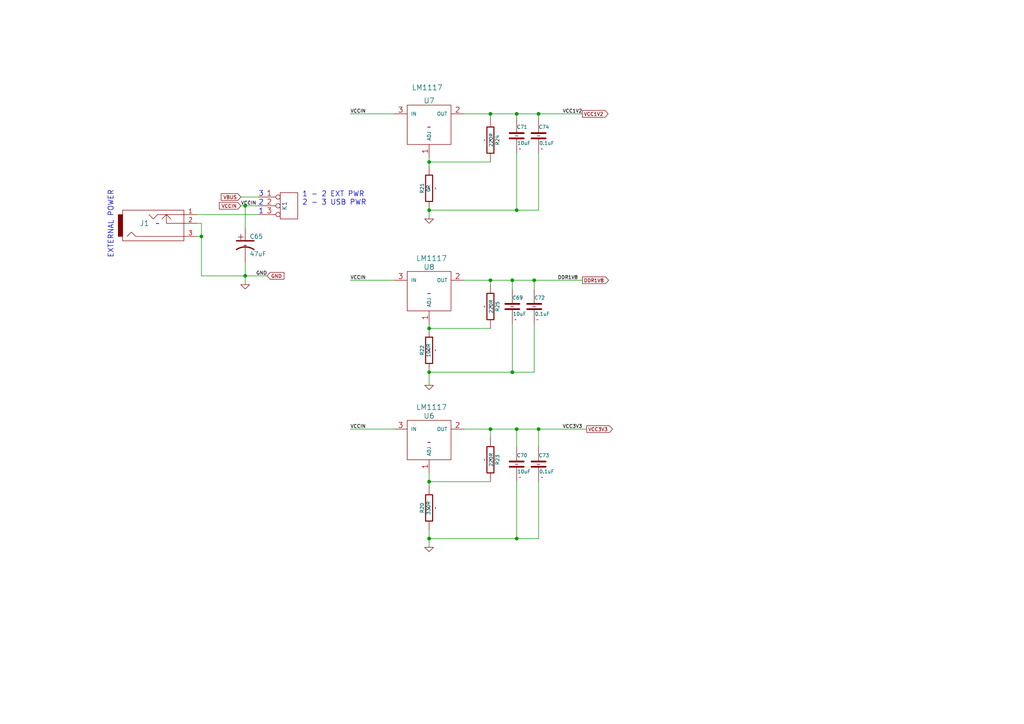
<source format=kicad_sch>
(kicad_sch (version 20250114) (generator "eeschema") (generator_version "9.0")
  (paper "A4")
  (title_block (title "SATURN SPARTAN6 FPGA MODULE") (date "15 apr 2014") (company "Numato Lab") (comment 1 "http://www.numato.com") (comment 2 "License: CC BY-SA"))
  (lib_symbols
    (symbol "CONN_3_1" (pin_names (offset 1.016) (hide yes))
      (property "Reference" "K" (at -1.27 0 90))
      (property "Value" "CONN_3" (at 1.27 0 90))
      (symbol "CONN_3_1_0_1"
        (rectangle (start -2.54 3.81) (end 2.54 -3.81))
      )
      (symbol "CONN_3_1_1_1"
        (pin passive inverted (at -8.89 2.54 0) (length 6.35) (name "P1") (number "1"))
        (pin passive inverted (at -8.89 0 0) (length 6.35) (name "PM") (number "2"))
        (pin passive inverted (at -8.89 -2.54 0) (length 6.35) (name "P3") (number "3"))
      )
    )
    (symbol "CONN_3_2" (pin_names (offset 1.016) (hide yes))
      (property "Reference" "K" (at -1.27 0 90))
      (property "Value" "CONN_3" (at 1.27 0 90))
      (symbol "CONN_3_2_0_1"
        (rectangle (start -2.54 3.81) (end 2.54 -3.81))
      )
      (symbol "CONN_3_2_1_1"
        (pin passive inverted (at -8.89 2.54 0) (length 6.35) (name "P1") (number "1"))
        (pin passive inverted (at -8.89 0 0) (length 6.35) (name "PM") (number "2"))
        (pin passive inverted (at -8.89 -2.54 0) (length 6.35) (name "P3") (number "3"))
      )
    )
    (symbol "CP1_1" (pin_numbers (hide yes)) (pin_names (offset 0.254) (hide yes))
      (property "Reference" "C" (at 1.27 2.54 0))
      (property "Value" "CP1" (at 1.27 -2.54 0))
      (symbol "CP1_1_0_0"
        (text "+" (at -1.27 2.54 0) (effects (font (size 2.032 2.032))))
      )
      (symbol "CP1_1_0_1"
        (polyline (pts (xy -2.54 1.27) (xy 2.54 1.27) (xy 1.27 1.27) (xy 1.27 1.27)) (stroke (width 0.381)))
        (arc (start -2.54 -1.27) (mid 0 -0.5009) (end 2.54 -1.27) (stroke (width 0.381)))
      )
      (symbol "CP1_1_1_1"
        (pin passive line (at 0 5.08 270) (length 3.81) (name "~") (number "1"))
        (pin passive line (at 0 -5.08 90) (length 4.572) (name "~") (number "2"))
      )
    )
    (symbol "CP1_2" (pin_numbers (hide yes)) (pin_names (offset 0.254) (hide yes))
      (property "Reference" "C" (at 1.27 2.54 0))
      (property "Value" "CP1" (at 1.27 -2.54 0))
      (symbol "CP1_2_0_0"
        (text "+" (at -1.27 2.54 0) (effects (font (size 2.032 2.032))))
      )
      (symbol "CP1_2_0_1"
        (polyline (pts (xy -2.54 1.27) (xy 2.54 1.27) (xy 1.27 1.27) (xy 1.27 1.27)) (stroke (width 0.381)))
        (arc (start -2.54 -1.27) (mid 0 -0.5009) (end 2.54 -1.27) (stroke (width 0.381)))
      )
      (symbol "CP1_2_1_1"
        (pin passive line (at 0 5.08 270) (length 3.81) (name "~") (number "1"))
        (pin passive line (at 0 -5.08 90) (length 4.572) (name "~") (number "2"))
      )
    )
    (symbol "C_1" (pin_numbers (hide yes)) (pin_names (offset 0.254))
      (property "Reference" "C" (at 0 2.54 0))
      (property "Value" "C" (at 0.1524 -2.159 0))
      (symbol "C_1_0_1"
        (polyline (pts (xy -2.032 0.762) (xy 2.032 0.762)) (stroke (width 0.508)))
        (polyline (pts (xy -2.032 -0.762) (xy 2.032 -0.762)) (stroke (width 0.508)))
      )
      (symbol "C_1_1_1"
        (pin passive line (at 0 5.08 270) (length 4.318) (name "~") (number "1"))
        (pin passive line (at 0 -5.08 90) (length 4.318) (name "~") (number "2"))
      )
    )
    (symbol "C_10" (pin_numbers (hide yes)) (pin_names (offset 0.254))
      (property "Reference" "C" (at 0 2.54 0))
      (property "Value" "C" (at 0.1524 -2.159 0))
      (symbol "C_10_0_1"
        (polyline (pts (xy -2.032 0.762) (xy 2.032 0.762)) (stroke (width 0.508)))
        (polyline (pts (xy -2.032 -0.762) (xy 2.032 -0.762)) (stroke (width 0.508)))
      )
      (symbol "C_10_1_1"
        (pin passive line (at 0 5.08 270) (length 4.318) (name "~") (number "1"))
        (pin passive line (at 0 -5.08 90) (length 4.318) (name "~") (number "2"))
      )
    )
    (symbol "C_11" (pin_numbers (hide yes)) (pin_names (offset 0.254))
      (property "Reference" "C" (at 0 2.54 0))
      (property "Value" "C" (at 0.1524 -2.159 0))
      (symbol "C_11_0_1"
        (polyline (pts (xy -2.032 0.762) (xy 2.032 0.762)) (stroke (width 0.508)))
        (polyline (pts (xy -2.032 -0.762) (xy 2.032 -0.762)) (stroke (width 0.508)))
      )
      (symbol "C_11_1_1"
        (pin passive line (at 0 5.08 270) (length 4.318) (name "~") (number "1"))
        (pin passive line (at 0 -5.08 90) (length 4.318) (name "~") (number "2"))
      )
    )
    (symbol "C_12" (pin_numbers (hide yes)) (pin_names (offset 0.254))
      (property "Reference" "C" (at 0 2.54 0))
      (property "Value" "C" (at 0.1524 -2.159 0))
      (symbol "C_12_0_1"
        (polyline (pts (xy -2.032 0.762) (xy 2.032 0.762)) (stroke (width 0.508)))
        (polyline (pts (xy -2.032 -0.762) (xy 2.032 -0.762)) (stroke (width 0.508)))
      )
      (symbol "C_12_1_1"
        (pin passive line (at 0 5.08 270) (length 4.318) (name "~") (number "1"))
        (pin passive line (at 0 -5.08 90) (length 4.318) (name "~") (number "2"))
      )
    )
    (symbol "C_2" (pin_numbers (hide yes)) (pin_names (offset 0.254))
      (property "Reference" "C" (at 0 2.54 0))
      (property "Value" "C" (at 0.1524 -2.159 0))
      (symbol "C_2_0_1"
        (polyline (pts (xy -2.032 0.762) (xy 2.032 0.762)) (stroke (width 0.508)))
        (polyline (pts (xy -2.032 -0.762) (xy 2.032 -0.762)) (stroke (width 0.508)))
      )
      (symbol "C_2_1_1"
        (pin passive line (at 0 5.08 270) (length 4.318) (name "~") (number "1"))
        (pin passive line (at 0 -5.08 90) (length 4.318) (name "~") (number "2"))
      )
    )
    (symbol "C_3" (pin_numbers (hide yes)) (pin_names (offset 0.254))
      (property "Reference" "C" (at 0 2.54 0))
      (property "Value" "C" (at 0.1524 -2.159 0))
      (symbol "C_3_0_1"
        (polyline (pts (xy -2.032 0.762) (xy 2.032 0.762)) (stroke (width 0.508)))
        (polyline (pts (xy -2.032 -0.762) (xy 2.032 -0.762)) (stroke (width 0.508)))
      )
      (symbol "C_3_1_1"
        (pin passive line (at 0 5.08 270) (length 4.318) (name "~") (number "1"))
        (pin passive line (at 0 -5.08 90) (length 4.318) (name "~") (number "2"))
      )
    )
    (symbol "C_4" (pin_numbers (hide yes)) (pin_names (offset 0.254))
      (property "Reference" "C" (at 0 2.54 0))
      (property "Value" "C" (at 0.1524 -2.159 0))
      (symbol "C_4_0_1"
        (polyline (pts (xy -2.032 0.762) (xy 2.032 0.762)) (stroke (width 0.508)))
        (polyline (pts (xy -2.032 -0.762) (xy 2.032 -0.762)) (stroke (width 0.508)))
      )
      (symbol "C_4_1_1"
        (pin passive line (at 0 5.08 270) (length 4.318) (name "~") (number "1"))
        (pin passive line (at 0 -5.08 90) (length 4.318) (name "~") (number "2"))
      )
    )
    (symbol "C_5" (pin_numbers (hide yes)) (pin_names (offset 0.254))
      (property "Reference" "C" (at 0 2.54 0))
      (property "Value" "C" (at 0.1524 -2.159 0))
      (symbol "C_5_0_1"
        (polyline (pts (xy -2.032 0.762) (xy 2.032 0.762)) (stroke (width 0.508)))
        (polyline (pts (xy -2.032 -0.762) (xy 2.032 -0.762)) (stroke (width 0.508)))
      )
      (symbol "C_5_1_1"
        (pin passive line (at 0 5.08 270) (length 4.318) (name "~") (number "1"))
        (pin passive line (at 0 -5.08 90) (length 4.318) (name "~") (number "2"))
      )
    )
    (symbol "C_6" (pin_numbers (hide yes)) (pin_names (offset 0.254))
      (property "Reference" "C" (at 0 2.54 0))
      (property "Value" "C" (at 0.1524 -2.159 0))
      (symbol "C_6_0_1"
        (polyline (pts (xy -2.032 0.762) (xy 2.032 0.762)) (stroke (width 0.508)))
        (polyline (pts (xy -2.032 -0.762) (xy 2.032 -0.762)) (stroke (width 0.508)))
      )
      (symbol "C_6_1_1"
        (pin passive line (at 0 5.08 270) (length 4.318) (name "~") (number "1"))
        (pin passive line (at 0 -5.08 90) (length 4.318) (name "~") (number "2"))
      )
    )
    (symbol "C_7" (pin_numbers (hide yes)) (pin_names (offset 0.254))
      (property "Reference" "C" (at 0 2.54 0))
      (property "Value" "C" (at 0.1524 -2.159 0))
      (symbol "C_7_0_1"
        (polyline (pts (xy -2.032 0.762) (xy 2.032 0.762)) (stroke (width 0.508)))
        (polyline (pts (xy -2.032 -0.762) (xy 2.032 -0.762)) (stroke (width 0.508)))
      )
      (symbol "C_7_1_1"
        (pin passive line (at 0 5.08 270) (length 4.318) (name "~") (number "1"))
        (pin passive line (at 0 -5.08 90) (length 4.318) (name "~") (number "2"))
      )
    )
    (symbol "C_8" (pin_numbers (hide yes)) (pin_names (offset 0.254))
      (property "Reference" "C" (at 0 2.54 0))
      (property "Value" "C" (at 0.1524 -2.159 0))
      (symbol "C_8_0_1"
        (polyline (pts (xy -2.032 0.762) (xy 2.032 0.762)) (stroke (width 0.508)))
        (polyline (pts (xy -2.032 -0.762) (xy 2.032 -0.762)) (stroke (width 0.508)))
      )
      (symbol "C_8_1_1"
        (pin passive line (at 0 5.08 270) (length 4.318) (name "~") (number "1"))
        (pin passive line (at 0 -5.08 90) (length 4.318) (name "~") (number "2"))
      )
    )
    (symbol "C_9" (pin_numbers (hide yes)) (pin_names (offset 0.254))
      (property "Reference" "C" (at 0 2.54 0))
      (property "Value" "C" (at 0.1524 -2.159 0))
      (symbol "C_9_0_1"
        (polyline (pts (xy -2.032 0.762) (xy 2.032 0.762)) (stroke (width 0.508)))
        (polyline (pts (xy -2.032 -0.762) (xy 2.032 -0.762)) (stroke (width 0.508)))
      )
      (symbol "C_9_1_1"
        (pin passive line (at 0 5.08 270) (length 4.318) (name "~") (number "1"))
        (pin passive line (at 0 -5.08 90) (length 4.318) (name "~") (number "2"))
      )
    )
    (symbol "GND_1" (power) (pin_names (offset 0))
      (symbol "GND_1_0_1"
        (polyline (pts (xy -1.27 0) (xy 0 -1.27) (xy 1.27 0) (xy -1.27 0)))
      )
      (symbol "GND_1_1_1"
        (pin power_in line (at 0 0 90) (length 0) (hide yes) (name "GND") (number "1"))
      )
    )
    (symbol "GND_2" (power) (pin_names (offset 0))
      (symbol "GND_2_0_1"
        (polyline (pts (xy -1.27 0) (xy 0 -1.27) (xy 1.27 0) (xy -1.27 0)))
      )
      (symbol "GND_2_1_1"
        (pin power_in line (at 0 0 90) (length 0) (hide yes) (name "GND") (number "1"))
      )
    )
    (symbol "GND_3" (power) (pin_names (offset 0))
      (symbol "GND_3_0_1"
        (polyline (pts (xy -1.27 0) (xy 0 -1.27) (xy 1.27 0) (xy -1.27 0)))
      )
      (symbol "GND_3_1_1"
        (pin power_in line (at 0 0 90) (length 0) (hide yes) (name "GND") (number "1"))
      )
    )
    (symbol "GND_4" (power) (pin_names (offset 0))
      (symbol "GND_4_0_1"
        (polyline (pts (xy -1.27 0) (xy 0 -1.27) (xy 1.27 0) (xy -1.27 0)))
      )
      (symbol "GND_4_1_1"
        (pin power_in line (at 0 0 90) (length 0) (hide yes) (name "GND") (number "1"))
      )
    )
    (symbol "GND_5" (power) (pin_names (offset 0))
      (symbol "GND_5_0_1"
        (polyline (pts (xy -1.27 0) (xy 0 -1.27) (xy 1.27 0) (xy -1.27 0)))
      )
      (symbol "GND_5_1_1"
        (pin power_in line (at 0 0 90) (length 0) (hide yes) (name "GND") (number "1"))
      )
    )
    (symbol "GND_6" (power) (pin_names (offset 0))
      (symbol "GND_6_0_1"
        (polyline (pts (xy -1.27 0) (xy 0 -1.27) (xy 1.27 0) (xy -1.27 0)))
      )
      (symbol "GND_6_1_1"
        (pin power_in line (at 0 0 90) (length 0) (hide yes) (name "GND") (number "1"))
      )
    )
    (symbol "GND_7" (power) (pin_names (offset 0))
      (symbol "GND_7_0_1"
        (polyline (pts (xy -1.27 0) (xy 0 -1.27) (xy 1.27 0) (xy -1.27 0)))
      )
      (symbol "GND_7_1_1"
        (pin power_in line (at 0 0 90) (length 0) (hide yes) (name "GND") (number "1"))
      )
    )
    (symbol "GND_8" (power) (pin_names (offset 0))
      (symbol "GND_8_0_1"
        (polyline (pts (xy -1.27 0) (xy 0 -1.27) (xy 1.27 0) (xy -1.27 0)))
      )
      (symbol "GND_8_1_1"
        (pin power_in line (at 0 0 90) (length 0) (hide yes) (name "GND") (number "1"))
      )
    )
    (symbol "JACK_2P_1" (pin_names (offset 1.016))
      (property "Reference" "J" (at -8.89 -5.08 0))
      (property "Value" "JACK_2P" (at -3.81 6.35 0))
      (symbol "JACK_2P_1_0_1"
        (rectangle (start -11.43 3.81) (end -10.16 -2.54) (fill (type outline)))
        (polyline (pts (xy 0 -2.54) (xy -1.27 -1.27) (xy -2.54 -2.54) (xy -2.54 -2.54)))
        (polyline (pts (xy 0 -2.54) (xy 7.62 -2.54) (xy 7.62 -2.54) (xy 7.62 -2.54)))
        (polyline (pts (xy 1.27 -1.27) (xy 2.54 -2.54) (xy 3.81 -1.27) (xy 3.81 -1.27)))
        (polyline (pts (xy 3.81 0) (xy 7.62 0) (xy 7.62 0)))
        (polyline (pts (xy 3.81 0) (xy 2.54 0) (xy 2.54 -2.54) (xy 2.54 -2.54)))
        (polyline (pts (xy 7.62 3.81) (xy -6.35 3.81) (xy -7.62 2.54) (xy -8.89 3.81) (xy -8.89 3.81)))
        (rectangle (start 7.62 -3.81) (end -10.16 5.08))
      )
      (symbol "JACK_2P_1_1_1"
        (pin passive line (at 11.43 3.81 180) (length 3.81) (name "~") (number "3"))
        (pin passive line (at 11.43 0 180) (length 3.81) (name "~") (number "2"))
        (pin passive line (at 11.43 -2.54 180) (length 3.81) (name "~") (number "1"))
      )
    )
    (symbol "JACK_2P_2" (pin_names (offset 1.016))
      (property "Reference" "J" (at -8.89 -5.08 0))
      (property "Value" "JACK_2P" (at -3.81 6.35 0))
      (symbol "JACK_2P_2_0_1"
        (rectangle (start -11.43 3.81) (end -10.16 -2.54) (fill (type outline)))
        (polyline (pts (xy 0 -2.54) (xy -1.27 -1.27) (xy -2.54 -2.54) (xy -2.54 -2.54)))
        (polyline (pts (xy 0 -2.54) (xy 7.62 -2.54) (xy 7.62 -2.54) (xy 7.62 -2.54)))
        (polyline (pts (xy 1.27 -1.27) (xy 2.54 -2.54) (xy 3.81 -1.27) (xy 3.81 -1.27)))
        (polyline (pts (xy 3.81 0) (xy 7.62 0) (xy 7.62 0)))
        (polyline (pts (xy 3.81 0) (xy 2.54 0) (xy 2.54 -2.54) (xy 2.54 -2.54)))
        (polyline (pts (xy 7.62 3.81) (xy -6.35 3.81) (xy -7.62 2.54) (xy -8.89 3.81) (xy -8.89 3.81)))
        (rectangle (start 7.62 -3.81) (end -10.16 5.08))
      )
      (symbol "JACK_2P_2_1_1"
        (pin passive line (at 11.43 3.81 180) (length 3.81) (name "~") (number "3"))
        (pin passive line (at 11.43 0 180) (length 3.81) (name "~") (number "2"))
        (pin passive line (at 11.43 -2.54 180) (length 3.81) (name "~") (number "1"))
      )
    )
    (symbol "LM317_SOT223_1" (pin_names (offset 1.016))
      (property "Reference" "U" (at 0 7.62 0))
      (property "Value" "LM317_SOT223" (at 1.27 -6.35 0))
      (symbol "LM317_SOT223_1_0_1"
        (rectangle (start -6.35 6.35) (end 6.35 -5.08))
      )
      (symbol "LM317_SOT223_1_1_1"
        (pin input line (at -10.16 3.81 0) (length 3.81) (name "IN") (number "3"))
        (pin input line (at 0 -8.89 90) (length 3.81) (name "ADJ") (number "1"))
        (pin power_out line (at 10.16 3.81 180) (length 3.81) (name "OUT") (number "2"))
      )
    )
    (symbol "LM317_SOT223_2" (pin_names (offset 1.016))
      (property "Reference" "U" (at 0 7.62 0))
      (property "Value" "LM317_SOT223" (at 1.27 -6.35 0))
      (symbol "LM317_SOT223_2_0_1"
        (rectangle (start -6.35 6.35) (end 6.35 -5.08))
      )
      (symbol "LM317_SOT223_2_1_1"
        (pin input line (at -10.16 3.81 0) (length 3.81) (name "IN") (number "3"))
        (pin input line (at 0 -8.89 90) (length 3.81) (name "ADJ") (number "1"))
        (pin power_out line (at 10.16 3.81 180) (length 3.81) (name "OUT") (number "2"))
      )
    )
    (symbol "LM317_SOT223_3" (pin_names (offset 1.016))
      (property "Reference" "U" (at 0 7.62 0))
      (property "Value" "LM317_SOT223" (at 1.27 -6.35 0))
      (symbol "LM317_SOT223_3_0_1"
        (rectangle (start -6.35 6.35) (end 6.35 -5.08))
      )
      (symbol "LM317_SOT223_3_1_1"
        (pin input line (at -10.16 3.81 0) (length 3.81) (name "IN") (number "3"))
        (pin input line (at 0 -8.89 90) (length 3.81) (name "ADJ") (number "1"))
        (pin power_out line (at 10.16 3.81 180) (length 3.81) (name "OUT") (number "2"))
      )
    )
    (symbol "LM317_SOT223_4" (pin_names (offset 1.016))
      (property "Reference" "U" (at 0 7.62 0))
      (property "Value" "LM317_SOT223" (at 1.27 -6.35 0))
      (symbol "LM317_SOT223_4_0_1"
        (rectangle (start -6.35 6.35) (end 6.35 -5.08))
      )
      (symbol "LM317_SOT223_4_1_1"
        (pin input line (at -10.16 3.81 0) (length 3.81) (name "IN") (number "3"))
        (pin input line (at 0 -8.89 90) (length 3.81) (name "ADJ") (number "1"))
        (pin power_out line (at 10.16 3.81 180) (length 3.81) (name "OUT") (number "2"))
      )
    )
    (symbol "LM317_SOT223_5" (pin_names (offset 1.016))
      (property "Reference" "U" (at 0 7.62 0))
      (property "Value" "LM317_SOT223" (at 1.27 -6.35 0))
      (symbol "LM317_SOT223_5_0_1"
        (rectangle (start -6.35 6.35) (end 6.35 -5.08))
      )
      (symbol "LM317_SOT223_5_1_1"
        (pin input line (at -10.16 3.81 0) (length 3.81) (name "IN") (number "3"))
        (pin input line (at 0 -8.89 90) (length 3.81) (name "ADJ") (number "1"))
        (pin power_out line (at 10.16 3.81 180) (length 3.81) (name "OUT") (number "2"))
      )
    )
    (symbol "LM317_SOT223_6" (pin_names (offset 1.016))
      (property "Reference" "U" (at 0 7.62 0))
      (property "Value" "LM317_SOT223" (at 1.27 -6.35 0))
      (symbol "LM317_SOT223_6_0_1"
        (rectangle (start -6.35 6.35) (end 6.35 -5.08))
      )
      (symbol "LM317_SOT223_6_1_1"
        (pin input line (at -10.16 3.81 0) (length 3.81) (name "IN") (number "3"))
        (pin input line (at 0 -8.89 90) (length 3.81) (name "ADJ") (number "1"))
        (pin power_out line (at 10.16 3.81 180) (length 3.81) (name "OUT") (number "2"))
      )
    )
    (symbol "R_1" (pin_numbers (hide yes)) (pin_names (offset 0))
      (property "Reference" "R" (at 2.032 0 90))
      (property "Value" "R" (at 0.1778 0.0254 90))
      (symbol "R_1_0_1"
        (rectangle (start -1.016 3.81) (end 1.016 -3.81) (stroke (width 0.3048)))
      )
      (symbol "R_1_1_1"
        (pin passive line (at 0 6.35 270) (length 2.54) (name "~") (number "1"))
        (pin passive line (at 0 -6.35 90) (length 2.54) (name "~") (number "2"))
      )
    )
    (symbol "R_10" (pin_numbers (hide yes)) (pin_names (offset 0))
      (property "Reference" "R" (at 2.032 0 90))
      (property "Value" "R" (at 0.1778 0.0254 90))
      (symbol "R_10_0_1"
        (rectangle (start -1.016 3.81) (end 1.016 -3.81) (stroke (width 0.3048)))
      )
      (symbol "R_10_1_1"
        (pin passive line (at 0 6.35 270) (length 2.54) (name "~") (number "1"))
        (pin passive line (at 0 -6.35 90) (length 2.54) (name "~") (number "2"))
      )
    )
    (symbol "R_11" (pin_numbers (hide yes)) (pin_names (offset 0))
      (property "Reference" "R" (at 2.032 0 90))
      (property "Value" "R" (at 0.1778 0.0254 90))
      (symbol "R_11_0_1"
        (rectangle (start -1.016 3.81) (end 1.016 -3.81) (stroke (width 0.3048)))
      )
      (symbol "R_11_1_1"
        (pin passive line (at 0 6.35 270) (length 2.54) (name "~") (number "1"))
        (pin passive line (at 0 -6.35 90) (length 2.54) (name "~") (number "2"))
      )
    )
    (symbol "R_12" (pin_numbers (hide yes)) (pin_names (offset 0))
      (property "Reference" "R" (at 2.032 0 90))
      (property "Value" "R" (at 0.1778 0.0254 90))
      (symbol "R_12_0_1"
        (rectangle (start -1.016 3.81) (end 1.016 -3.81) (stroke (width 0.3048)))
      )
      (symbol "R_12_1_1"
        (pin passive line (at 0 6.35 270) (length 2.54) (name "~") (number "1"))
        (pin passive line (at 0 -6.35 90) (length 2.54) (name "~") (number "2"))
      )
    )
    (symbol "R_2" (pin_numbers (hide yes)) (pin_names (offset 0))
      (property "Reference" "R" (at 2.032 0 90))
      (property "Value" "R" (at 0.1778 0.0254 90))
      (symbol "R_2_0_1"
        (rectangle (start -1.016 3.81) (end 1.016 -3.81) (stroke (width 0.3048)))
      )
      (symbol "R_2_1_1"
        (pin passive line (at 0 6.35 270) (length 2.54) (name "~") (number "1"))
        (pin passive line (at 0 -6.35 90) (length 2.54) (name "~") (number "2"))
      )
    )
    (symbol "R_3" (pin_numbers (hide yes)) (pin_names (offset 0))
      (property "Reference" "R" (at 2.032 0 90))
      (property "Value" "R" (at 0.1778 0.0254 90))
      (symbol "R_3_0_1"
        (rectangle (start -1.016 3.81) (end 1.016 -3.81) (stroke (width 0.3048)))
      )
      (symbol "R_3_1_1"
        (pin passive line (at 0 6.35 270) (length 2.54) (name "~") (number "1"))
        (pin passive line (at 0 -6.35 90) (length 2.54) (name "~") (number "2"))
      )
    )
    (symbol "R_4" (pin_numbers (hide yes)) (pin_names (offset 0))
      (property "Reference" "R" (at 2.032 0 90))
      (property "Value" "R" (at 0.1778 0.0254 90))
      (symbol "R_4_0_1"
        (rectangle (start -1.016 3.81) (end 1.016 -3.81) (stroke (width 0.3048)))
      )
      (symbol "R_4_1_1"
        (pin passive line (at 0 6.35 270) (length 2.54) (name "~") (number "1"))
        (pin passive line (at 0 -6.35 90) (length 2.54) (name "~") (number "2"))
      )
    )
    (symbol "R_5" (pin_numbers (hide yes)) (pin_names (offset 0))
      (property "Reference" "R" (at 2.032 0 90))
      (property "Value" "R" (at 0.1778 0.0254 90))
      (symbol "R_5_0_1"
        (rectangle (start -1.016 3.81) (end 1.016 -3.81) (stroke (width 0.3048)))
      )
      (symbol "R_5_1_1"
        (pin passive line (at 0 6.35 270) (length 2.54) (name "~") (number "1"))
        (pin passive line (at 0 -6.35 90) (length 2.54) (name "~") (number "2"))
      )
    )
    (symbol "R_6" (pin_numbers (hide yes)) (pin_names (offset 0))
      (property "Reference" "R" (at 2.032 0 90))
      (property "Value" "R" (at 0.1778 0.0254 90))
      (symbol "R_6_0_1"
        (rectangle (start -1.016 3.81) (end 1.016 -3.81) (stroke (width 0.3048)))
      )
      (symbol "R_6_1_1"
        (pin passive line (at 0 6.35 270) (length 2.54) (name "~") (number "1"))
        (pin passive line (at 0 -6.35 90) (length 2.54) (name "~") (number "2"))
      )
    )
    (symbol "R_7" (pin_numbers (hide yes)) (pin_names (offset 0))
      (property "Reference" "R" (at 2.032 0 90))
      (property "Value" "R" (at 0.1778 0.0254 90))
      (symbol "R_7_0_1"
        (rectangle (start -1.016 3.81) (end 1.016 -3.81) (stroke (width 0.3048)))
      )
      (symbol "R_7_1_1"
        (pin passive line (at 0 6.35 270) (length 2.54) (name "~") (number "1"))
        (pin passive line (at 0 -6.35 90) (length 2.54) (name "~") (number "2"))
      )
    )
    (symbol "R_8" (pin_numbers (hide yes)) (pin_names (offset 0))
      (property "Reference" "R" (at 2.032 0 90))
      (property "Value" "R" (at 0.1778 0.0254 90))
      (symbol "R_8_0_1"
        (rectangle (start -1.016 3.81) (end 1.016 -3.81) (stroke (width 0.3048)))
      )
      (symbol "R_8_1_1"
        (pin passive line (at 0 6.35 270) (length 2.54) (name "~") (number "1"))
        (pin passive line (at 0 -6.35 90) (length 2.54) (name "~") (number "2"))
      )
    )
    (symbol "R_9" (pin_numbers (hide yes)) (pin_names (offset 0))
      (property "Reference" "R" (at 2.032 0 90))
      (property "Value" "R" (at 0.1778 0.0254 90))
      (symbol "R_9_0_1"
        (rectangle (start -1.016 3.81) (end 1.016 -3.81) (stroke (width 0.3048)))
      )
      (symbol "R_9_1_1"
        (pin passive line (at 0 6.35 270) (length 2.54) (name "~") (number "1"))
        (pin passive line (at 0 -6.35 90) (length 2.54) (name "~") (number "2"))
      )
    )
  )
  (text "EXTERNAL POWER" (at 33.02 74.93 90) (effects (font (size 1.4986 1.4986)) (justify left bottom)))
  (text "3" (at 74.93 57.15 0) (effects (font (size 1.4986 1.4986)) (justify left bottom)))
  (text "1" (at 74.93 62.23 0) (effects (font (size 1.4986 1.4986)) (justify left bottom)))
  (text "1 - 2 EXT PWR\n2 - 3 USB PWR" (at 87.63 59.69 0) (effects (font (size 1.4986 1.4986)) (justify left bottom)))
  (text "2" (at 74.93 59.69 0) (effects (font (size 1.4986 1.4986)) (justify left bottom)))
  (junction (at 71.12 59.69))
  (junction (at 142.24 81.28))
  (junction (at 156.21 33.02))
  (junction (at 71.12 80.01))
  (junction (at 58.42 68.58))
  (junction (at 124.46 107.95))
  (junction (at 149.86 124.46))
  (junction (at 149.86 156.21))
  (junction (at 149.86 33.02))
  (junction (at 124.46 139.7))
  (junction (at 156.21 124.46))
  (junction (at 149.86 60.96))
  (junction (at 154.94 81.28))
  (junction (at 148.59 107.95))
  (junction (at 124.46 60.96))
  (junction (at 142.24 33.02))
  (junction (at 124.46 46.99))
  (junction (at 142.24 124.46))
  (junction (at 148.59 81.28))
  (junction (at 124.46 95.25))
  (junction (at 124.46 156.21))
  (wire (pts (xy 149.86 60.96) (xy 156.21 60.96)))
  (wire (pts (xy 124.46 45.72) (xy 124.46 46.99)))
  (wire (pts (xy 149.86 124.46) (xy 156.21 124.46)))
  (wire (pts (xy 124.46 139.7) (xy 142.24 139.7)))
  (wire (pts (xy 142.24 46.99) (xy 124.46 46.99)))
  (wire (pts (xy 134.62 33.02) (xy 142.24 33.02)))
  (wire (pts (xy 124.46 46.99) (xy 124.46 48.26)))
  (wire (pts (xy 156.21 60.96) (xy 156.21 44.45)))
  (wire (pts (xy 71.12 66.04) (xy 71.12 59.69)))
  (wire (pts (xy 142.24 34.29) (xy 142.24 33.02)))
  (wire (pts (xy 149.86 34.29) (xy 149.86 33.02)))
  (wire (pts (xy 149.86 139.7) (xy 149.86 156.21)))
  (wire (pts (xy 142.24 124.46) (xy 149.86 124.46)))
  (wire (pts (xy 154.94 107.95) (xy 154.94 93.98)))
  (wire (pts (xy 124.46 137.16) (xy 124.46 139.7)))
  (wire (pts (xy 134.62 81.28) (xy 142.24 81.28)))
  (wire (pts (xy 142.24 82.55) (xy 142.24 81.28)))
  (wire (pts (xy 142.24 127) (xy 142.24 124.46)))
  (wire (pts (xy 114.3 124.46) (xy 101.6 124.46)))
  (wire (pts (xy 154.94 81.28) (xy 168.91 81.28)))
  (wire (pts (xy 149.86 60.96) (xy 149.86 44.45)))
  (wire (pts (xy 142.24 81.28) (xy 148.59 81.28)))
  (wire (pts (xy 156.21 124.46) (xy 156.21 129.54)))
  (wire (pts (xy 124.46 139.7) (xy 124.46 140.97)))
  (wire (pts (xy 124.46 95.25) (xy 142.24 95.25)))
  (wire (pts (xy 124.46 107.95) (xy 124.46 111.76)))
  (wire (pts (xy 57.15 62.23) (xy 74.93 62.23)))
  (wire (pts (xy 124.46 156.21) (xy 124.46 158.75)))
  (wire (pts (xy 57.15 68.58) (xy 58.42 68.58)))
  (wire (pts (xy 71.12 76.2) (xy 71.12 80.01)))
  (wire (pts (xy 124.46 107.95) (xy 148.59 107.95)))
  (wire (pts (xy 156.21 156.21) (xy 156.21 139.7)))
  (wire (pts (xy 124.46 60.96) (xy 124.46 63.5)))
  (wire (pts (xy 149.86 33.02) (xy 156.21 33.02)))
  (wire (pts (xy 149.86 156.21) (xy 156.21 156.21)))
  (wire (pts (xy 156.21 33.02) (xy 168.91 33.02)))
  (wire (pts (xy 148.59 81.28) (xy 148.59 83.82)))
  (wire (pts (xy 74.93 57.15) (xy 69.85 57.15)))
  (wire (pts (xy 154.94 81.28) (xy 154.94 83.82)))
  (wire (pts (xy 124.46 93.98) (xy 124.46 95.25)))
  (wire (pts (xy 124.46 153.67) (xy 124.46 156.21)))
  (wire (pts (xy 148.59 93.98) (xy 148.59 107.95)))
  (wire (pts (xy 74.93 59.69) (xy 71.12 59.69)))
  (wire (pts (xy 134.62 124.46) (xy 142.24 124.46)))
  (wire (pts (xy 101.6 33.02) (xy 114.3 33.02)))
  (wire (pts (xy 156.21 124.46) (xy 170.18 124.46)))
  (wire (pts (xy 148.59 81.28) (xy 154.94 81.28)))
  (wire (pts (xy 156.21 34.29) (xy 156.21 33.02)))
  (wire (pts (xy 71.12 59.69) (xy 69.85 59.69)))
  (wire (pts (xy 149.86 129.54) (xy 149.86 124.46)))
  (wire (pts (xy 148.59 107.95) (xy 154.94 107.95)))
  (wire (pts (xy 71.12 80.01) (xy 71.12 82.55)))
  (wire (pts (xy 57.15 64.77) (xy 58.42 64.77)))
  (wire (pts (xy 58.42 68.58) (xy 58.42 80.01)))
  (wire (pts (xy 142.24 33.02) (xy 149.86 33.02)))
  (wire (pts (xy 58.42 80.01) (xy 71.12 80.01)))
  (wire (pts (xy 124.46 156.21) (xy 149.86 156.21)))
  (wire (pts (xy 101.6 81.28) (xy 114.3 81.28)))
  (wire (pts (xy 124.46 60.96) (xy 149.86 60.96)))
  (wire (pts (xy 71.12 80.01) (xy 77.47 80.01)))
  (wire (pts (xy 58.42 64.77) (xy 58.42 68.58)))
  (label "DDR1V8" (at 167.64 81.28 180) (effects (font (size 0.9906 0.9906))))
  (label "VCCIN" (at 101.6 33.02 0) (effects (font (size 0.9906 0.9906))))
  (label "VCCIN" (at 101.6 81.28 0) (effects (font (size 0.9906 0.9906))))
  (label "VCC3V3" (at 168.91 124.46 180) (effects (font (size 0.9906 0.9906))))
  (label "GND" (at 77.47 80.01 180) (effects (font (size 0.9906 0.9906))))
  (label "VCCIN" (at 101.6 124.46 0) (effects (font (size 0.9906 0.9906))))
  (label "VCCIN" (at 69.85 59.69 0) (effects (font (size 0.9906 0.9906))))
  (label "VCC1V2" (at 168.91 33.02 180) (effects (font (size 0.9906 0.9906))))
  (global_label "VCC3V3" (shape output) (at 170.18 124.46 0) (effects (font (size 0.9906 0.9906))) (property "Intersheetrefs" "${INTERSHEET_REFS}" (effects (hide yes))))
  (global_label "VCC1V2" (shape output) (at 168.91 33.02 0) (effects (font (size 0.9906 0.9906))) (property "Intersheetrefs" "${INTERSHEET_REFS}" (effects (hide yes))))
  (global_label "DDR1V8" (shape output) (at 168.91 81.28 0) (effects (font (size 0.9906 0.9906))) (property "Intersheetrefs" "${INTERSHEET_REFS}" (effects (hide yes))))
  (global_label "VCCIN" (shape input) (at 69.85 59.69 180) (effects (font (size 0.9906 0.9906))) (property "Intersheetrefs" "${INTERSHEET_REFS}" (effects (hide yes))))
  (global_label "GND" (shape input) (at 77.47 80.01 0) (effects (font (size 0.9906 0.9906))) (property "Intersheetrefs" "${INTERSHEET_REFS}" (effects (hide yes))))
  (global_label "VBUS" (shape input) (at 69.85 57.15 180) (effects (font (size 0.9906 0.9906))) (property "Intersheetrefs" "${INTERSHEET_REFS}" (effects (hide yes))))
  (symbol (lib_name "LM317_SOT223_5") (lib_id "lab4-rescue:LM317_SOT223") (at 124.46 128.27 0) (unit 1)
    (property "Reference" "U6" (at 124.46 120.65 0) (effects (font (size 1.524 1.524))))
    (property "Value" "LM1117" (at 120.65 118.11 0) (effects (font (size 1.524 1.524)) (justify left)))
    (property "Footprint" "~" (at 124.46 128.27 0) (effects (font (size 1.524 1.524))))
    (property "Datasheet" "~" (at 124.46 128.27 0) (effects (font (size 1.524 1.524))))
  )
  (symbol (lib_name "LM317_SOT223_6") (lib_id "lab4-rescue:LM317_SOT223") (at 124.46 36.83 0) (unit 1)
    (property "Reference" "U7" (at 124.46 29.21 0) (effects (font (size 1.524 1.524))))
    (property "Value" "LM1117" (at 119.38 25.4 0) (effects (font (size 1.524 1.524)) (justify left)))
    (property "Footprint" "~" (at 124.46 36.83 0) (effects (font (size 1.524 1.524))))
    (property "Datasheet" "~" (at 124.46 36.83 0) (effects (font (size 1.524 1.524))))
  )
  (symbol (lib_name "LM317_SOT223_4") (lib_id "lab4-rescue:LM317_SOT223") (at 124.46 85.09 0) (unit 1)
    (property "Reference" "U8" (at 124.46 77.47 0) (effects (font (size 1.524 1.524))))
    (property "Value" "LM1117" (at 120.65 74.93 0) (effects (font (size 1.524 1.524)) (justify left)))
    (property "Footprint" "~" (at 124.46 85.09 0) (effects (font (size 1.524 1.524))))
    (property "Datasheet" "~" (at 124.46 85.09 0) (effects (font (size 1.524 1.524))))
  )
  (symbol (lib_name "JACK_2P_2") (lib_id "lab4-rescue:JACK_2P") (at 45.72 64.77 0) (mirror x) (unit 1)
    (property "Reference" "J1" (at 41.91 64.77 0) (effects (font (size 1.524 1.524))))
    (property "Value" "JACK_2P" (effects (hide yes)))
    (property "Footprint" "~" (at 45.72 64.77 0) (effects (font (size 1.524 1.524))))
    (property "Datasheet" "~" (at 45.72 64.77 0) (effects (font (size 1.524 1.524))))
  )
  (symbol (lib_name "GND_6") (lib_id "lab4-rescue:GND") (at 124.46 111.76 0) (unit 1)
    (property "Reference" "#PWR01" (effects (hide yes)))
    (property "Value" "GND" (effects (hide yes)))
  )
  (symbol (lib_name "GND_8") (lib_id "lab4-rescue:GND") (at 124.46 63.5 0) (unit 1)
    (property "Reference" "#PWR02" (effects (hide yes)))
    (property "Value" "GND" (effects (hide yes)))
  )
  (symbol (lib_name "C_7") (lib_id "lab4-rescue:C") (at 149.86 134.62 0) (unit 1)
    (property "Reference" "C70" (at 149.86 132.08 0) (effects (font (size 1.016 1.016)) (justify left)))
    (property "Value" "10uF" (at 150.0124 136.779 0) (effects (font (size 1.016 1.016)) (justify left)))
    (property "Footprint" "~" (at 150.8252 138.43 0) (effects (font (size 0.762 0.762))))
    (property "Datasheet" "~" (at 149.86 134.62 0) (effects (font (size 1.524 1.524))))
  )
  (symbol (lib_name "C_8") (lib_id "lab4-rescue:C") (at 156.21 134.62 0) (unit 1)
    (property "Reference" "C73" (at 156.21 132.08 0) (effects (font (size 1.016 1.016)) (justify left)))
    (property "Value" "0.1uF" (at 156.3624 136.779 0) (effects (font (size 1.016 1.016)) (justify left)))
    (property "Footprint" "~" (at 157.1752 138.43 0) (effects (font (size 0.762 0.762))))
    (property "Datasheet" "~" (at 156.21 134.62 0) (effects (font (size 1.524 1.524))))
  )
  (symbol (lib_name "R_11") (lib_id "lab4-rescue:R") (at 142.24 40.64 0) (unit 1)
    (property "Reference" "R24" (at 144.272 40.64 90) (effects (font (size 1.016 1.016))))
    (property "Value" "220R" (at 142.4178 40.6146 90) (effects (font (size 1.016 1.016))))
    (property "Footprint" "~" (at 140.462 40.64 90) (effects (font (size 0.762 0.762))))
    (property "Datasheet" "~" (at 142.24 40.64 0) (effects (font (size 0.762 0.762))))
  )
  (symbol (lib_name "R_12") (lib_id "lab4-rescue:R") (at 124.46 54.61 180) (unit 1)
    (property "Reference" "R21" (at 122.428 54.61 90) (effects (font (size 1.016 1.016))))
    (property "Value" "0R" (at 124.2822 54.6354 90) (effects (font (size 1.016 1.016))))
    (property "Footprint" "~" (at 126.238 54.61 90) (effects (font (size 0.762 0.762))))
    (property "Datasheet" "~" (at 124.46 54.61 0) (effects (font (size 0.762 0.762))))
  )
  (symbol (lib_name "R_10") (lib_id "lab4-rescue:R") (at 142.24 88.9 0) (unit 1)
    (property "Reference" "R25" (at 144.272 88.9 90) (effects (font (size 1.016 1.016))))
    (property "Value" "220R" (at 142.4178 88.8746 90) (effects (font (size 1.016 1.016))))
    (property "Footprint" "~" (at 140.462 88.9 90) (effects (font (size 0.762 0.762))))
    (property "Datasheet" "~" (at 142.24 88.9 0) (effects (font (size 0.762 0.762))))
  )
  (symbol (lib_name "R_7") (lib_id "lab4-rescue:R") (at 124.46 101.6 180) (unit 1)
    (property "Reference" "R22" (at 122.428 101.6 90) (effects (font (size 1.016 1.016))))
    (property "Value" "100R" (at 124.2822 101.6254 90) (effects (font (size 1.016 1.016))))
    (property "Footprint" "~" (at 126.238 101.6 90) (effects (font (size 0.762 0.762))))
    (property "Datasheet" "~" (at 124.46 101.6 0) (effects (font (size 0.762 0.762))))
  )
  (symbol (lib_name "R_8") (lib_id "lab4-rescue:R") (at 142.24 133.35 0) (unit 1)
    (property "Reference" "R23" (at 144.272 133.35 90) (effects (font (size 1.016 1.016))))
    (property "Value" "220R" (at 142.4178 133.3246 90) (effects (font (size 1.016 1.016))))
    (property "Footprint" "~" (at 140.462 133.35 90) (effects (font (size 0.762 0.762))))
    (property "Datasheet" "~" (at 142.24 133.35 0) (effects (font (size 0.762 0.762))))
  )
  (symbol (lib_name "R_9") (lib_id "lab4-rescue:R") (at 124.46 147.32 180) (unit 1)
    (property "Reference" "R20" (at 122.428 147.32 90) (effects (font (size 1.016 1.016))))
    (property "Value" "330R" (at 124.2822 147.3454 90) (effects (font (size 1.016 1.016))))
    (property "Footprint" "~" (at 126.238 147.32 90) (effects (font (size 0.762 0.762))))
    (property "Datasheet" "~" (at 124.46 147.32 0) (effects (font (size 0.762 0.762))))
  )
  (symbol (lib_name "GND_7") (lib_id "lab4-rescue:GND") (at 124.46 158.75 0) (unit 1)
    (property "Reference" "#PWR04" (effects (hide yes)))
    (property "Value" "GND" (effects (hide yes)))
  )
  (symbol (lib_name "C_9") (lib_id "lab4-rescue:C") (at 148.59 88.9 0) (unit 1)
    (property "Reference" "C69" (at 148.59 86.36 0) (effects (font (size 1.016 1.016)) (justify left)))
    (property "Value" "10uF" (at 148.7424 91.059 0) (effects (font (size 1.016 1.016)) (justify left)))
    (property "Footprint" "~" (at 149.5552 92.71 0) (effects (font (size 0.762 0.762))))
    (property "Datasheet" "~" (at 148.59 88.9 0) (effects (font (size 1.524 1.524))))
  )
  (symbol (lib_name "C_10") (lib_id "lab4-rescue:C") (at 154.94 88.9 0) (unit 1)
    (property "Reference" "C72" (at 154.94 86.36 0) (effects (font (size 1.016 1.016)) (justify left)))
    (property "Value" "0.1uF" (at 155.0924 91.059 0) (effects (font (size 1.016 1.016)) (justify left)))
    (property "Footprint" "~" (at 155.9052 92.71 0) (effects (font (size 0.762 0.762))))
    (property "Datasheet" "~" (at 154.94 88.9 0) (effects (font (size 1.524 1.524))))
  )
  (symbol (lib_name "C_11") (lib_id "lab4-rescue:C") (at 149.86 39.37 0) (unit 1)
    (property "Reference" "C71" (at 149.86 36.83 0) (effects (font (size 1.016 1.016)) (justify left)))
    (property "Value" "10uF" (at 150.0124 41.529 0) (effects (font (size 1.016 1.016)) (justify left)))
    (property "Footprint" "~" (at 150.8252 43.18 0) (effects (font (size 0.762 0.762))))
    (property "Datasheet" "~" (at 149.86 39.37 0) (effects (font (size 1.524 1.524))))
  )
  (symbol (lib_name "C_12") (lib_id "lab4-rescue:C") (at 156.21 39.37 0) (unit 1)
    (property "Reference" "C74" (at 156.21 36.83 0) (effects (font (size 1.016 1.016)) (justify left)))
    (property "Value" "0.1uF" (at 156.3624 41.529 0) (effects (font (size 1.016 1.016)) (justify left)))
    (property "Footprint" "~" (at 157.1752 43.18 0) (effects (font (size 0.762 0.762))))
    (property "Datasheet" "~" (at 156.21 39.37 0) (effects (font (size 1.524 1.524))))
  )
  (symbol (lib_name "CP1_2") (lib_id "lab4-rescue:CP1") (at 71.12 71.12 0) (unit 1)
    (property "Reference" "C65" (at 72.39 68.58 0) (effects (justify left)))
    (property "Value" "47uF" (at 72.39 73.66 0) (effects (justify left)))
    (property "Footprint" "~" (at 71.12 71.12 0) (effects (font (size 1.524 1.524))))
    (property "Datasheet" "~" (at 71.12 71.12 0) (effects (font (size 1.524 1.524))))
  )
  (symbol (lib_name "GND_5") (lib_id "lab4-rescue:GND") (at 71.12 82.55 0) (unit 1)
    (property "Reference" "#PWR03" (effects (hide yes)))
    (property "Value" "GND" (effects (hide yes)))
  )
  (symbol (lib_name "CONN_3_2") (lib_id "lab4-rescue:CONN_3") (at 83.82 59.69 0) (unit 1)
    (property "Reference" "K1" (at 82.55 59.69 90))
    (property "Value" "CONN_3" (effects (hide yes)))
  )
)
</source>
